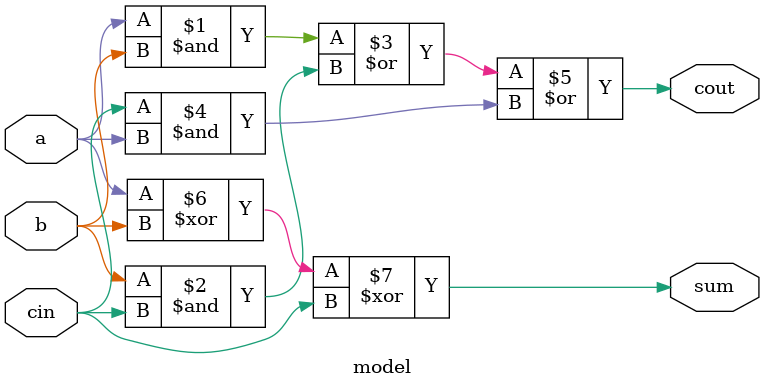
<source format=sv>
/* https://chipdev.io/question/22
Prompt

Design a Full Adder (FA)—the most important building block for digital computation.

A FA is a fully combinational circuit that adds three single-bit inputs a, b, and cin (carry-in).  
Inputs a and b are the two operands whereas cin represents the overflow bit carried forward from a 
previous addition stage.

The FA circuit has two single-bit outputs, sum and cout—the later represents the overflow bit to be 
used as a carry-in to a subsequent addition stage.

Input and Output Signals

    a - First operand input bit
    b - Second operand input bit
    cin - Carry-in input bit from a previous adder stage
    sum - Sum output bit
    cout - Carry-out (overflow) output bit to be propagated to the next addition stage
*/

module model (
    input a,
    input b,
    input cin,
    output logic sum,
    output logic cout
);

    assign cout = (a&b) | (b&cin) | (cin&a);
    assign sum =  (a^b)^cin;

endmodule

</source>
